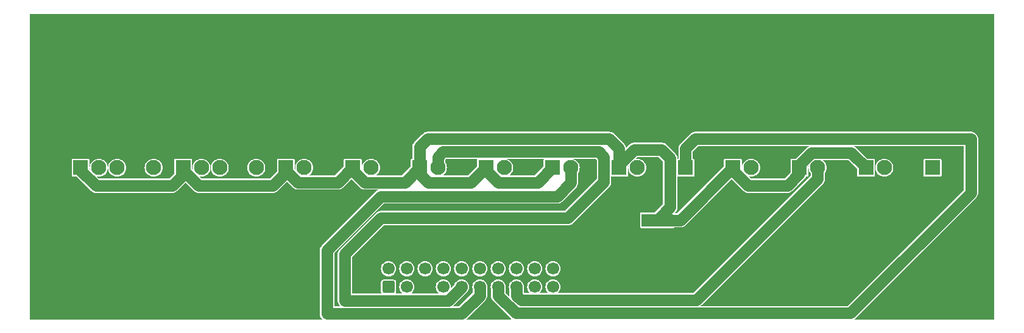
<source format=gbr>
%TF.GenerationSoftware,KiCad,Pcbnew,8.0.6*%
%TF.CreationDate,2025-01-03T23:12:35-08:00*%
%TF.ProjectId,MEP-MAXI-85V-1-REV-2-Sensor-Test-Jig,4d45502d-4d41-4584-992d-3835562d312d,X1*%
%TF.SameCoordinates,Original*%
%TF.FileFunction,Copper,L2,Bot*%
%TF.FilePolarity,Positive*%
%FSLAX46Y46*%
G04 Gerber Fmt 4.6, Leading zero omitted, Abs format (unit mm)*
G04 Created by KiCad (PCBNEW 8.0.6) date 2025-01-03 23:12:35*
%MOMM*%
%LPD*%
G01*
G04 APERTURE LIST*
G04 Aperture macros list*
%AMRoundRect*
0 Rectangle with rounded corners*
0 $1 Rounding radius*
0 $2 $3 $4 $5 $6 $7 $8 $9 X,Y pos of 4 corners*
0 Add a 4 corners polygon primitive as box body*
4,1,4,$2,$3,$4,$5,$6,$7,$8,$9,$2,$3,0*
0 Add four circle primitives for the rounded corners*
1,1,$1+$1,$2,$3*
1,1,$1+$1,$4,$5*
1,1,$1+$1,$6,$7*
1,1,$1+$1,$8,$9*
0 Add four rect primitives between the rounded corners*
20,1,$1+$1,$2,$3,$4,$5,0*
20,1,$1+$1,$4,$5,$6,$7,0*
20,1,$1+$1,$6,$7,$8,$9,0*
20,1,$1+$1,$8,$9,$2,$3,0*%
G04 Aperture macros list end*
%TA.AperFunction,ComponentPad*%
%ADD10R,2.100000X2.100000*%
%TD*%
%TA.AperFunction,ComponentPad*%
%ADD11C,2.100000*%
%TD*%
%TA.AperFunction,ComponentPad*%
%ADD12C,0.800000*%
%TD*%
%TA.AperFunction,ComponentPad*%
%ADD13C,6.400000*%
%TD*%
%TA.AperFunction,ComponentPad*%
%ADD14R,4.400000X1.800000*%
%TD*%
%TA.AperFunction,ComponentPad*%
%ADD15O,4.000000X1.800000*%
%TD*%
%TA.AperFunction,ComponentPad*%
%ADD16O,1.800000X4.000000*%
%TD*%
%TA.AperFunction,ComponentPad*%
%ADD17RoundRect,0.250000X0.600000X-0.600000X0.600000X0.600000X-0.600000X0.600000X-0.600000X-0.600000X0*%
%TD*%
%TA.AperFunction,ComponentPad*%
%ADD18C,1.700000*%
%TD*%
%TA.AperFunction,Conductor*%
%ADD19C,1.600000*%
%TD*%
G04 APERTURE END LIST*
D10*
%TO.P,J105,1,Pin_1*%
%TO.N,24VRAW*%
X111590000Y-112000000D03*
D11*
%TO.P,J105,2,Pin_2*%
%TO.N,/PROXIMITY_HEAD_IN*%
X114130000Y-112000000D03*
%TO.P,J105,3,Pin_3*%
%TO.N,GND*%
X116670000Y-112000000D03*
%TD*%
D10*
%TO.P,J107,1,Pin_1*%
%TO.N,24VRAW*%
X130090000Y-112000000D03*
D11*
%TO.P,J107,2,Pin_2*%
%TO.N,/PROXIMITY_SHEAR_CUT*%
X132630000Y-112000000D03*
%TO.P,J107,3,Pin_3*%
%TO.N,GND*%
X135170000Y-112000000D03*
%TD*%
D10*
%TO.P,J114,1,Pin_1*%
%TO.N,/AUTO_BUTTON*%
X192170000Y-112000000D03*
D11*
%TO.P,J114,2,Pin_2*%
%TO.N,GND*%
X194710000Y-112000000D03*
%TD*%
D12*
%TO.P,H101,1,1*%
%TO.N,GND*%
X67600000Y-94000000D03*
X68302944Y-92302944D03*
X68302944Y-95697056D03*
X70000000Y-91600000D03*
D13*
X70000000Y-94000000D03*
D12*
X70000000Y-96400000D03*
X71697056Y-92302944D03*
X71697056Y-95697056D03*
X72400000Y-94000000D03*
%TD*%
%TO.P,H103,1,1*%
%TO.N,GND*%
X195100000Y-129500000D03*
X195802944Y-127802944D03*
X195802944Y-131197056D03*
X197500000Y-127100000D03*
D13*
X197500000Y-129500000D03*
D12*
X197500000Y-131900000D03*
X199197056Y-127802944D03*
X199197056Y-131197056D03*
X199900000Y-129500000D03*
%TD*%
%TO.P,H104,1,1*%
%TO.N,GND*%
X67600000Y-129500000D03*
X68302944Y-127802944D03*
X68302944Y-131197056D03*
X70000000Y-127100000D03*
D13*
X70000000Y-129500000D03*
D12*
X70000000Y-131900000D03*
X71697056Y-127802944D03*
X71697056Y-131197056D03*
X72400000Y-129500000D03*
%TD*%
D10*
%TO.P,J111,1,Pin_1*%
%TO.N,24VRAW*%
X164420000Y-112000000D03*
D11*
%TO.P,J111,2,Pin_2*%
%TO.N,/PROXIMITY_HEAD_LIM*%
X166960000Y-112000000D03*
%TO.P,J111,3,Pin_3*%
%TO.N,GND*%
X169500000Y-112000000D03*
%TD*%
D10*
%TO.P,J110,1,Pin_1*%
%TO.N,/SHEAR_BUTTON*%
X157840000Y-112000000D03*
D11*
%TO.P,J110,2,Pin_2*%
%TO.N,GND*%
X160380000Y-112000000D03*
%TD*%
D10*
%TO.P,J109,1,Pin_1*%
%TO.N,24VRAW*%
X148590000Y-112000000D03*
D11*
%TO.P,J109,2,Pin_2*%
%TO.N,/PROXIMITY_TOOL_OUT*%
X151130000Y-112000000D03*
%TO.P,J109,3,Pin_3*%
%TO.N,GND*%
X153670000Y-112000000D03*
%TD*%
D10*
%TO.P,J103,1,Pin_1*%
%TO.N,24VRAW*%
X88010000Y-112000000D03*
D11*
%TO.P,J103,2,Pin_2*%
%TO.N,/ENCODER_BEND_SET*%
X90550000Y-112000000D03*
%TO.P,J103,3,Pin_3*%
%TO.N,/ENCODER_BEND_RESET*%
X93090000Y-112000000D03*
%TO.P,J103,4,Pin_4*%
%TO.N,GND*%
X95630000Y-112000000D03*
%TO.P,J103,5,Pin_5*%
%TO.N,unconnected-(J103-Pin_5-Pad5)*%
X98170000Y-112000000D03*
%TD*%
D10*
%TO.P,J112,1,Pin_1*%
%TO.N,24VRAW*%
X173670000Y-112000000D03*
D11*
%TO.P,J112,2,Pin_2*%
%TO.N,/PROXIMITY_HEAD_CW*%
X176210000Y-112000000D03*
%TO.P,J112,3,Pin_3*%
%TO.N,GND*%
X178750000Y-112000000D03*
%TD*%
D14*
%TO.P,J115,1*%
%TO.N,24VRAW*%
X153920000Y-119290000D03*
D15*
%TO.P,J115,2*%
%TO.N,GND*%
X153920000Y-125090000D03*
D16*
%TO.P,J115,3,MountPin*%
X158720000Y-122290000D03*
%TD*%
D17*
%TO.P,J101,1,Pin_1*%
%TO.N,/ENCODER_FEED_SET*%
X116560000Y-128590000D03*
D18*
%TO.P,J101,2,Pin_2*%
%TO.N,/ENCODER_FEED_RESET*%
X116560000Y-126050000D03*
%TO.P,J101,3,Pin_3*%
%TO.N,/ENCODER_BEND_SET*%
X119100000Y-128590000D03*
%TO.P,J101,4,Pin_4*%
%TO.N,/ENCODER_BEND_RESET*%
X119100000Y-126050000D03*
%TO.P,J101,5,Pin_5*%
%TO.N,GND*%
X121640000Y-128590000D03*
%TO.P,J101,6,Pin_6*%
%TO.N,24VRAW*%
X121640000Y-126050000D03*
%TO.P,J101,7,Pin_7*%
%TO.N,/PROXIMITY_HEAD_OUT*%
X124180000Y-128590000D03*
%TO.P,J101,8,Pin_8*%
%TO.N,/PROXIMITY_HEAD_IN*%
X124180000Y-126050000D03*
%TO.P,J101,9,Pin_9*%
%TO.N,/PROXIMITY_SHEAR_HOME*%
X126720000Y-128590000D03*
%TO.P,J101,10,Pin_10*%
%TO.N,/PROXIMITY_SHEAR_CUT*%
X126720000Y-126050000D03*
%TO.P,J101,11,Pin_11*%
%TO.N,/PROXIMITY_TOOL_IN*%
X129260000Y-128590000D03*
%TO.P,J101,12,Pin_12*%
%TO.N,/PROXIMITY_TOOL_OUT*%
X129260000Y-126050000D03*
%TO.P,J101,13,Pin_13*%
%TO.N,/SHEAR_BUTTON*%
X131800000Y-128590000D03*
%TO.P,J101,14,Pin_14*%
%TO.N,/PROXIMITY_HEAD_LIM*%
X131800000Y-126050000D03*
%TO.P,J101,15,Pin_15*%
%TO.N,/PROXIMITY_HEAD_CW*%
X134340000Y-128590000D03*
%TO.P,J101,16,Pin_16*%
%TO.N,/PROXIMITY_HEAD_CCW*%
X134340000Y-126050000D03*
%TO.P,J101,17,Pin_17*%
%TO.N,/AUTO_BUTTON*%
X136880000Y-128590000D03*
%TO.P,J101,18,Pin_18*%
%TO.N,unconnected-(J101-Pin_18-Pad18)*%
X136880000Y-126050000D03*
%TO.P,J101,19,Pin_19*%
%TO.N,unconnected-(J101-Pin_19-Pad19)*%
X139420000Y-128590000D03*
%TO.P,J101,20,Pin_20*%
%TO.N,unconnected-(J101-Pin_20-Pad20)*%
X139420000Y-126050000D03*
%TD*%
D10*
%TO.P,J108,1,Pin_1*%
%TO.N,24VRAW*%
X139340000Y-112000000D03*
D11*
%TO.P,J108,2,Pin_2*%
%TO.N,/PROXIMITY_TOOL_IN*%
X141880000Y-112000000D03*
%TO.P,J108,3,Pin_3*%
%TO.N,GND*%
X144420000Y-112000000D03*
%TD*%
D10*
%TO.P,J102,1,Pin_1*%
%TO.N,24VRAW*%
X73760000Y-112000000D03*
D11*
%TO.P,J102,2,Pin_2*%
%TO.N,/ENCODER_FEED_SET*%
X76300000Y-112000000D03*
%TO.P,J102,3,Pin_3*%
%TO.N,/ENCODER_FEED_RESET*%
X78840000Y-112000000D03*
%TO.P,J102,4,Pin_4*%
%TO.N,GND*%
X81380000Y-112000000D03*
%TO.P,J102,5,Pin_5*%
%TO.N,unconnected-(J102-Pin_5-Pad5)*%
X83920000Y-112000000D03*
%TD*%
D10*
%TO.P,J104,1,Pin_1*%
%TO.N,24VRAW*%
X102300000Y-112000000D03*
D11*
%TO.P,J104,2,Pin_2*%
%TO.N,/PROXIMITY_HEAD_OUT*%
X104840000Y-112000000D03*
%TO.P,J104,3,Pin_3*%
%TO.N,GND*%
X107380000Y-112000000D03*
%TD*%
D10*
%TO.P,J113,1,Pin_1*%
%TO.N,24VRAW*%
X182920000Y-112000000D03*
D11*
%TO.P,J113,2,Pin_2*%
%TO.N,/PROXIMITY_HEAD_CCW*%
X185460000Y-112000000D03*
%TO.P,J113,3,Pin_3*%
%TO.N,GND*%
X188000000Y-112000000D03*
%TD*%
D12*
%TO.P,H102,1,1*%
%TO.N,GND*%
X195100000Y-94000000D03*
X195802944Y-92302944D03*
X195802944Y-95697056D03*
X197500000Y-91600000D03*
D13*
X197500000Y-94000000D03*
D12*
X197500000Y-96400000D03*
X199197056Y-92302944D03*
X199197056Y-95697056D03*
X199900000Y-94000000D03*
%TD*%
D10*
%TO.P,J106,1,Pin_1*%
%TO.N,24VRAW*%
X120880000Y-112000000D03*
D11*
%TO.P,J106,2,Pin_2*%
%TO.N,/PROXIMITY_SHEAR_HOME*%
X123420000Y-112000000D03*
%TO.P,J106,3,Pin_3*%
%TO.N,GND*%
X125960000Y-112000000D03*
%TD*%
D19*
%TO.N,/PROXIMITY_SHEAR_HOME*%
X110500000Y-130490000D02*
X110500000Y-124000000D01*
X146500000Y-110500000D02*
X145800000Y-109800000D01*
X145800000Y-109800000D02*
X124135076Y-109800000D01*
X146500000Y-114000000D02*
X146500000Y-110500000D01*
X124896296Y-130490000D02*
X110500000Y-130490000D01*
X126720000Y-128666296D02*
X124896296Y-130490000D01*
X110500000Y-124000000D02*
X115500000Y-119000000D01*
X115500000Y-119000000D02*
X141500000Y-119000000D01*
X126720000Y-128590000D02*
X126720000Y-128666296D01*
X123420000Y-110515076D02*
X123420000Y-112000000D01*
X124135076Y-109800000D02*
X123420000Y-110515076D01*
X141500000Y-119000000D02*
X146500000Y-114000000D01*
%TO.N,/PROXIMITY_TOOL_IN*%
X129260000Y-128590000D02*
X129260000Y-129792081D01*
X108000000Y-123500000D02*
X115500000Y-116000000D01*
X140000000Y-116000000D02*
X141880000Y-114120000D01*
X115500000Y-116000000D02*
X140000000Y-116000000D01*
X129260000Y-129792081D02*
X126762081Y-132290000D01*
X141880000Y-114120000D02*
X141880000Y-112000000D01*
X126762081Y-132290000D02*
X108000000Y-132290000D01*
X108000000Y-132290000D02*
X108000000Y-123500000D01*
%TO.N,/SHEAR_BUTTON*%
X131800000Y-129792081D02*
X134247919Y-132240000D01*
X197500000Y-108000000D02*
X159190000Y-108000000D01*
X180760000Y-132240000D02*
X197500000Y-115500000D01*
X159190000Y-108000000D02*
X157840000Y-109350000D01*
X131800000Y-128590000D02*
X131800000Y-129792081D01*
X134247919Y-132240000D02*
X180760000Y-132240000D01*
X157840000Y-109350000D02*
X157840000Y-112000000D01*
X197500000Y-115500000D02*
X197500000Y-108000000D01*
%TO.N,/PROXIMITY_HEAD_CW*%
X134993503Y-130440000D02*
X159330000Y-130440000D01*
X159330000Y-130440000D02*
X176210000Y-113560000D01*
X134340000Y-128590000D02*
X134340000Y-129786497D01*
X134340000Y-129786497D02*
X134993503Y-130440000D01*
X176210000Y-113560000D02*
X176210000Y-112000000D01*
%TO.N,24VRAW*%
X131780862Y-114050000D02*
X137290000Y-114050000D01*
X120880000Y-109120000D02*
X122000000Y-108000000D01*
X130090000Y-112000000D02*
X130090000Y-112359138D01*
X102300000Y-112000000D02*
X102300000Y-112700000D01*
X88010000Y-112000000D02*
X88010000Y-112990000D01*
X88010000Y-112359138D02*
X88010000Y-112000000D01*
X172000000Y-114500000D02*
X173670000Y-112830000D01*
X86500000Y-114500000D02*
X75900862Y-114500000D01*
X150730862Y-109500000D02*
X154500000Y-109500000D01*
X122000000Y-108000000D02*
X147240000Y-108000000D01*
X75900862Y-114500000D02*
X73760000Y-112359138D01*
X111590000Y-112000000D02*
X109540000Y-114050000D01*
X120880000Y-112000000D02*
X120880000Y-112880000D01*
X173670000Y-112830000D02*
X173670000Y-112000000D01*
X122050000Y-114050000D02*
X128040000Y-114050000D01*
X155720000Y-110720000D02*
X155720000Y-117490000D01*
X120880000Y-112880000D02*
X122050000Y-114050000D01*
X148590000Y-111640862D02*
X150730862Y-109500000D01*
X102300000Y-112700000D02*
X100500000Y-114500000D01*
X90150862Y-114500000D02*
X88010000Y-112359138D01*
X180870000Y-109950000D02*
X182920000Y-112000000D01*
X147240000Y-108000000D02*
X148590000Y-109350000D01*
X113280862Y-114050000D02*
X118830000Y-114050000D01*
X157130000Y-119290000D02*
X164420000Y-112000000D01*
X100500000Y-114500000D02*
X90150862Y-114500000D01*
X109540000Y-114050000D02*
X103990862Y-114050000D01*
X155720000Y-117490000D02*
X153920000Y-119290000D01*
X153920000Y-119290000D02*
X157130000Y-119290000D01*
X73760000Y-112359138D02*
X73760000Y-112000000D01*
X128040000Y-114050000D02*
X130090000Y-112000000D01*
X173670000Y-111640862D02*
X175360862Y-109950000D01*
X120880000Y-112000000D02*
X120880000Y-109120000D01*
X164420000Y-112000000D02*
X164420000Y-112359138D01*
X166560862Y-114500000D02*
X172000000Y-114500000D01*
X154500000Y-109500000D02*
X155720000Y-110720000D01*
X111590000Y-112000000D02*
X111590000Y-112359138D01*
X111590000Y-112359138D02*
X113280862Y-114050000D01*
X137290000Y-114050000D02*
X139340000Y-112000000D01*
X148590000Y-112000000D02*
X148590000Y-111640862D01*
X118830000Y-114050000D02*
X120880000Y-112000000D01*
X175360862Y-109950000D02*
X180870000Y-109950000D01*
X130090000Y-112359138D02*
X131780862Y-114050000D01*
X88010000Y-112990000D02*
X86500000Y-114500000D01*
X164420000Y-112359138D02*
X166560862Y-114500000D01*
X103990862Y-114050000D02*
X102300000Y-112359138D01*
X102300000Y-112359138D02*
X102300000Y-112000000D01*
X148590000Y-109350000D02*
X148590000Y-112000000D01*
X173670000Y-112000000D02*
X173670000Y-111640862D01*
%TD*%
%TA.AperFunction,Conductor*%
%TO.N,GND*%
G36*
X200749500Y-133089500D02*
G01*
X181289486Y-133089500D01*
X181397782Y-133017139D01*
X181537139Y-132877782D01*
X181537141Y-132877778D01*
X198137778Y-116277141D01*
X198137782Y-116277139D01*
X198277139Y-116137782D01*
X198386632Y-115973914D01*
X198462051Y-115791835D01*
X198500500Y-115598541D01*
X198500500Y-107901459D01*
X198462051Y-107708165D01*
X198386632Y-107526086D01*
X198277139Y-107362218D01*
X198137782Y-107222861D01*
X197973914Y-107113368D01*
X197791835Y-107037949D01*
X197598541Y-106999500D01*
X159091459Y-106999500D01*
X158994812Y-107018724D01*
X158898164Y-107037949D01*
X158844834Y-107060038D01*
X158716086Y-107113368D01*
X158552218Y-107222861D01*
X157202220Y-108572859D01*
X157202218Y-108572861D01*
X157062861Y-108712218D01*
X156953368Y-108876086D01*
X156907033Y-108987949D01*
X156893153Y-109021460D01*
X156877949Y-109058165D01*
X156839500Y-109251459D01*
X156839500Y-110749500D01*
X156770252Y-110749500D01*
X156720501Y-110759396D01*
X156720501Y-110621460D01*
X156682052Y-110428165D01*
X156606632Y-110246086D01*
X156497140Y-110082219D01*
X155277140Y-108862220D01*
X155277139Y-108862218D01*
X155137782Y-108722861D01*
X154973914Y-108613368D01*
X154845165Y-108560038D01*
X154791836Y-108537949D01*
X154695188Y-108518724D01*
X154598541Y-108499500D01*
X150632321Y-108499500D01*
X150535674Y-108518724D01*
X150439026Y-108537949D01*
X150385696Y-108560038D01*
X150256948Y-108613368D01*
X150093080Y-108722861D01*
X149953723Y-108862218D01*
X149953720Y-108862221D01*
X149586183Y-109229758D01*
X149552051Y-109058165D01*
X149536847Y-109021460D01*
X149522967Y-108987949D01*
X149476632Y-108876086D01*
X149367139Y-108712218D01*
X149227782Y-108572861D01*
X149227781Y-108572860D01*
X148017140Y-107362220D01*
X148017139Y-107362218D01*
X147877782Y-107222861D01*
X147713914Y-107113368D01*
X147585165Y-107060038D01*
X147531836Y-107037949D01*
X147435188Y-107018724D01*
X147338541Y-106999500D01*
X121901459Y-106999500D01*
X121804812Y-107018724D01*
X121708164Y-107037949D01*
X121654834Y-107060038D01*
X121526086Y-107113368D01*
X121362218Y-107222861D01*
X121222861Y-107362218D01*
X121222858Y-107362221D01*
X120242221Y-108342858D01*
X120242218Y-108342861D01*
X120102861Y-108482218D01*
X119993368Y-108646086D01*
X119917949Y-108828165D01*
X119879500Y-109021459D01*
X119879500Y-110749500D01*
X119810252Y-110749500D01*
X119751769Y-110761133D01*
X119685448Y-110805448D01*
X119641133Y-110871769D01*
X119629500Y-110930252D01*
X119629500Y-111835580D01*
X118415580Y-113049500D01*
X114811340Y-113049500D01*
X114936877Y-112961598D01*
X115091598Y-112806877D01*
X115217102Y-112627639D01*
X115309575Y-112429330D01*
X115366207Y-112217977D01*
X115385277Y-112000000D01*
X115366207Y-111782023D01*
X115309575Y-111570670D01*
X115217102Y-111372362D01*
X115091598Y-111193123D01*
X114936877Y-111038402D01*
X114757639Y-110912898D01*
X114559330Y-110820425D01*
X114347977Y-110763793D01*
X114130000Y-110744723D01*
X113912023Y-110763793D01*
X113700670Y-110820425D01*
X113502362Y-110912898D01*
X113323123Y-111038402D01*
X113168402Y-111193123D01*
X113042898Y-111372362D01*
X112950425Y-111570670D01*
X112893793Y-111782023D01*
X112874723Y-112000000D01*
X112893793Y-112217977D01*
X112904786Y-112259004D01*
X112840500Y-112194718D01*
X112840500Y-110930252D01*
X112828867Y-110871769D01*
X112784552Y-110805448D01*
X112718231Y-110761133D01*
X112659748Y-110749500D01*
X110520252Y-110749500D01*
X110461769Y-110761133D01*
X110395448Y-110805448D01*
X110351133Y-110871769D01*
X110339500Y-110930252D01*
X110339500Y-111835580D01*
X109125580Y-113049500D01*
X105521340Y-113049500D01*
X105646877Y-112961598D01*
X105801598Y-112806877D01*
X105927102Y-112627639D01*
X106019575Y-112429330D01*
X106076207Y-112217977D01*
X106095277Y-112000000D01*
X106076207Y-111782023D01*
X106019575Y-111570670D01*
X105927102Y-111372362D01*
X105801598Y-111193123D01*
X105646877Y-111038402D01*
X105467639Y-110912898D01*
X105269330Y-110820425D01*
X105057977Y-110763793D01*
X104840000Y-110744723D01*
X104622023Y-110763793D01*
X104410670Y-110820425D01*
X104212362Y-110912898D01*
X104033123Y-111038402D01*
X103878402Y-111193123D01*
X103752898Y-111372362D01*
X103660425Y-111570670D01*
X103603793Y-111782023D01*
X103584723Y-112000000D01*
X103603793Y-112217977D01*
X103614786Y-112259004D01*
X103550500Y-112194718D01*
X103550500Y-110930252D01*
X103538867Y-110871769D01*
X103494552Y-110805448D01*
X103428231Y-110761133D01*
X103369748Y-110749500D01*
X101230252Y-110749500D01*
X101171769Y-110761133D01*
X101105448Y-110805448D01*
X101061133Y-110871769D01*
X101049500Y-110930252D01*
X101049500Y-112535579D01*
X100085580Y-113499500D01*
X90565282Y-113499500D01*
X90290995Y-113225213D01*
X90332023Y-113236207D01*
X90550000Y-113255277D01*
X90767977Y-113236207D01*
X90979330Y-113179575D01*
X91177639Y-113087102D01*
X91356877Y-112961598D01*
X91511598Y-112806877D01*
X91637102Y-112627639D01*
X91729575Y-112429330D01*
X91786207Y-112217977D01*
X91805277Y-112000000D01*
X91834723Y-112000000D01*
X91853793Y-112217977D01*
X91910425Y-112429330D01*
X92002898Y-112627639D01*
X92128402Y-112806877D01*
X92283123Y-112961598D01*
X92462361Y-113087102D01*
X92660670Y-113179575D01*
X92872023Y-113236207D01*
X93090000Y-113255277D01*
X93307977Y-113236207D01*
X93519330Y-113179575D01*
X93717639Y-113087102D01*
X93896877Y-112961598D01*
X94051598Y-112806877D01*
X94177102Y-112627639D01*
X94269575Y-112429330D01*
X94326207Y-112217977D01*
X94345277Y-112000000D01*
X96914723Y-112000000D01*
X96933793Y-112217977D01*
X96990425Y-112429330D01*
X97082898Y-112627639D01*
X97208402Y-112806877D01*
X97363123Y-112961598D01*
X97542361Y-113087102D01*
X97740670Y-113179575D01*
X97952023Y-113236207D01*
X98170000Y-113255277D01*
X98387977Y-113236207D01*
X98599330Y-113179575D01*
X98797639Y-113087102D01*
X98976877Y-112961598D01*
X99131598Y-112806877D01*
X99257102Y-112627639D01*
X99349575Y-112429330D01*
X99406207Y-112217977D01*
X99425277Y-112000000D01*
X99406207Y-111782023D01*
X99349575Y-111570670D01*
X99257102Y-111372362D01*
X99131598Y-111193123D01*
X98976877Y-111038402D01*
X98797639Y-110912898D01*
X98599330Y-110820425D01*
X98387977Y-110763793D01*
X98170000Y-110744723D01*
X97952023Y-110763793D01*
X97740670Y-110820425D01*
X97542362Y-110912898D01*
X97363123Y-111038402D01*
X97208402Y-111193123D01*
X97082898Y-111372362D01*
X96990425Y-111570670D01*
X96933793Y-111782023D01*
X96914723Y-112000000D01*
X94345277Y-112000000D01*
X94326207Y-111782023D01*
X94269575Y-111570670D01*
X94177102Y-111372362D01*
X94051598Y-111193123D01*
X93896877Y-111038402D01*
X93717639Y-110912898D01*
X93519330Y-110820425D01*
X93307977Y-110763793D01*
X93090000Y-110744723D01*
X92872023Y-110763793D01*
X92660670Y-110820425D01*
X92462362Y-110912898D01*
X92283123Y-111038402D01*
X92128402Y-111193123D01*
X92002898Y-111372362D01*
X91910425Y-111570670D01*
X91853793Y-111782023D01*
X91834723Y-112000000D01*
X91805277Y-112000000D01*
X91786207Y-111782023D01*
X91729575Y-111570670D01*
X91637102Y-111372362D01*
X91511598Y-111193123D01*
X91356877Y-111038402D01*
X91177639Y-110912898D01*
X90979330Y-110820425D01*
X90767977Y-110763793D01*
X90550000Y-110744723D01*
X90332023Y-110763793D01*
X90120670Y-110820425D01*
X89922362Y-110912898D01*
X89743123Y-111038402D01*
X89588402Y-111193123D01*
X89462898Y-111372362D01*
X89370425Y-111570670D01*
X89313793Y-111782023D01*
X89294723Y-112000000D01*
X89313793Y-112217977D01*
X89324786Y-112259004D01*
X89260500Y-112194718D01*
X89260500Y-110930252D01*
X89248867Y-110871769D01*
X89204552Y-110805448D01*
X89138231Y-110761133D01*
X89079748Y-110749500D01*
X86940252Y-110749500D01*
X86881769Y-110761133D01*
X86815448Y-110805448D01*
X86771133Y-110871769D01*
X86759500Y-110930252D01*
X86759500Y-112825579D01*
X86085580Y-113499500D01*
X76315282Y-113499500D01*
X76040995Y-113225213D01*
X76082023Y-113236207D01*
X76300000Y-113255277D01*
X76517977Y-113236207D01*
X76729330Y-113179575D01*
X76927639Y-113087102D01*
X77106877Y-112961598D01*
X77261598Y-112806877D01*
X77387102Y-112627639D01*
X77479575Y-112429330D01*
X77536207Y-112217977D01*
X77555277Y-112000000D01*
X77584723Y-112000000D01*
X77603793Y-112217977D01*
X77660425Y-112429330D01*
X77752898Y-112627639D01*
X77878402Y-112806877D01*
X78033123Y-112961598D01*
X78212361Y-113087102D01*
X78410670Y-113179575D01*
X78622023Y-113236207D01*
X78840000Y-113255277D01*
X79057977Y-113236207D01*
X79269330Y-113179575D01*
X79467639Y-113087102D01*
X79646877Y-112961598D01*
X79801598Y-112806877D01*
X79927102Y-112627639D01*
X80019575Y-112429330D01*
X80076207Y-112217977D01*
X80095277Y-112000000D01*
X82664723Y-112000000D01*
X82683793Y-112217977D01*
X82740425Y-112429330D01*
X82832898Y-112627639D01*
X82958402Y-112806877D01*
X83113123Y-112961598D01*
X83292361Y-113087102D01*
X83490670Y-113179575D01*
X83702023Y-113236207D01*
X83920000Y-113255277D01*
X84137977Y-113236207D01*
X84349330Y-113179575D01*
X84547639Y-113087102D01*
X84726877Y-112961598D01*
X84881598Y-112806877D01*
X85007102Y-112627639D01*
X85099575Y-112429330D01*
X85156207Y-112217977D01*
X85175277Y-112000000D01*
X85156207Y-111782023D01*
X85099575Y-111570670D01*
X85007102Y-111372362D01*
X84881598Y-111193123D01*
X84726877Y-111038402D01*
X84547639Y-110912898D01*
X84349330Y-110820425D01*
X84137977Y-110763793D01*
X83920000Y-110744723D01*
X83702023Y-110763793D01*
X83490670Y-110820425D01*
X83292362Y-110912898D01*
X83113123Y-111038402D01*
X82958402Y-111193123D01*
X82832898Y-111372362D01*
X82740425Y-111570670D01*
X82683793Y-111782023D01*
X82664723Y-112000000D01*
X80095277Y-112000000D01*
X80076207Y-111782023D01*
X80019575Y-111570670D01*
X79927102Y-111372362D01*
X79801598Y-111193123D01*
X79646877Y-111038402D01*
X79467639Y-110912898D01*
X79269330Y-110820425D01*
X79057977Y-110763793D01*
X78840000Y-110744723D01*
X78622023Y-110763793D01*
X78410670Y-110820425D01*
X78212362Y-110912898D01*
X78033123Y-111038402D01*
X77878402Y-111193123D01*
X77752898Y-111372362D01*
X77660425Y-111570670D01*
X77603793Y-111782023D01*
X77584723Y-112000000D01*
X77555277Y-112000000D01*
X77536207Y-111782023D01*
X77479575Y-111570670D01*
X77387102Y-111372362D01*
X77261598Y-111193123D01*
X77106877Y-111038402D01*
X76927639Y-110912898D01*
X76729330Y-110820425D01*
X76517977Y-110763793D01*
X76300000Y-110744723D01*
X76082023Y-110763793D01*
X75870670Y-110820425D01*
X75672362Y-110912898D01*
X75493123Y-111038402D01*
X75338402Y-111193123D01*
X75212898Y-111372362D01*
X75120425Y-111570670D01*
X75063793Y-111782023D01*
X75044723Y-112000000D01*
X75063793Y-112217977D01*
X75074786Y-112259004D01*
X75010500Y-112194718D01*
X75010500Y-110930252D01*
X74998867Y-110871769D01*
X74954552Y-110805448D01*
X74888231Y-110761133D01*
X74829748Y-110749500D01*
X72690252Y-110749500D01*
X72631769Y-110761133D01*
X72565448Y-110805448D01*
X72521133Y-110871769D01*
X72509500Y-110930252D01*
X72509500Y-113069748D01*
X72521133Y-113128231D01*
X72565448Y-113194552D01*
X72631769Y-113238867D01*
X72690252Y-113250500D01*
X73236442Y-113250500D01*
X75123720Y-115137778D01*
X75123723Y-115137782D01*
X75263080Y-115277139D01*
X75426948Y-115386632D01*
X75555696Y-115439961D01*
X75609026Y-115462051D01*
X75705674Y-115481275D01*
X75802321Y-115500500D01*
X75802322Y-115500500D01*
X75999402Y-115500500D01*
X86401460Y-115500500D01*
X86598540Y-115500500D01*
X86598541Y-115500500D01*
X86695188Y-115481275D01*
X86791836Y-115462051D01*
X86845165Y-115439961D01*
X86973914Y-115386632D01*
X87137782Y-115277139D01*
X87277139Y-115137782D01*
X87277140Y-115137779D01*
X88325431Y-114089489D01*
X89373720Y-115137778D01*
X89373723Y-115137782D01*
X89513080Y-115277139D01*
X89676948Y-115386632D01*
X89805696Y-115439961D01*
X89859026Y-115462051D01*
X89955674Y-115481275D01*
X90052321Y-115500500D01*
X90052322Y-115500500D01*
X90249402Y-115500500D01*
X100401460Y-115500500D01*
X100598540Y-115500500D01*
X100598541Y-115500500D01*
X100695188Y-115481275D01*
X100791836Y-115462051D01*
X100845165Y-115439961D01*
X100973914Y-115386632D01*
X101137782Y-115277139D01*
X101277139Y-115137782D01*
X101277140Y-115137779D01*
X102470431Y-113944489D01*
X103213720Y-114687778D01*
X103213723Y-114687782D01*
X103353080Y-114827139D01*
X103516948Y-114936632D01*
X103645696Y-114989961D01*
X103699026Y-115012051D01*
X103769585Y-115026086D01*
X103892321Y-115050500D01*
X103892322Y-115050500D01*
X104089402Y-115050500D01*
X109441460Y-115050500D01*
X109638540Y-115050500D01*
X109638541Y-115050500D01*
X109761277Y-115026086D01*
X109831836Y-115012051D01*
X109885165Y-114989961D01*
X110013914Y-114936632D01*
X110177782Y-114827139D01*
X110317139Y-114687782D01*
X110317141Y-114687778D01*
X111410431Y-113594489D01*
X112503720Y-114687778D01*
X112503723Y-114687782D01*
X112643080Y-114827139D01*
X112806948Y-114936632D01*
X112935696Y-114989961D01*
X112989026Y-115012051D01*
X113059585Y-115026086D01*
X113182321Y-115050500D01*
X113182322Y-115050500D01*
X113379402Y-115050500D01*
X115177862Y-115050500D01*
X115117125Y-115075658D01*
X115026086Y-115113368D01*
X114903046Y-115195580D01*
X114862219Y-115222860D01*
X107362220Y-122722859D01*
X107362218Y-122722861D01*
X107222861Y-122862218D01*
X107113368Y-123026086D01*
X107037949Y-123208165D01*
X106999500Y-123401459D01*
X106999500Y-132388541D01*
X107037949Y-132581835D01*
X107113368Y-132763914D01*
X107222861Y-132927782D01*
X107362218Y-133067139D01*
X107395684Y-133089500D01*
X66750500Y-133089500D01*
X66750500Y-90590500D01*
X200749500Y-90590500D01*
X200749500Y-133089500D01*
G37*
%TD.AperFunction*%
%TA.AperFunction,Conductor*%
G36*
X154719500Y-111134420D02*
G01*
X154719500Y-117075579D01*
X153605580Y-118189500D01*
X151700252Y-118189500D01*
X151641769Y-118201133D01*
X151575448Y-118245448D01*
X151531133Y-118311769D01*
X151519500Y-118370252D01*
X151519500Y-120209748D01*
X151531133Y-120268231D01*
X151575448Y-120334552D01*
X151641769Y-120378867D01*
X151700252Y-120390500D01*
X156139748Y-120390500D01*
X156198231Y-120378867D01*
X156264552Y-120334552D01*
X156293987Y-120290500D01*
X157031460Y-120290500D01*
X157228540Y-120290500D01*
X157228541Y-120290500D01*
X157340494Y-120268231D01*
X157421836Y-120252051D01*
X157475165Y-120229961D01*
X157603914Y-120176632D01*
X157767782Y-120067139D01*
X157907139Y-119927782D01*
X157907141Y-119927778D01*
X164240431Y-113594489D01*
X165783720Y-115137778D01*
X165783723Y-115137782D01*
X165923080Y-115277139D01*
X166086948Y-115386632D01*
X166215696Y-115439961D01*
X166269026Y-115462051D01*
X166365674Y-115481275D01*
X166462321Y-115500500D01*
X166462322Y-115500500D01*
X166659402Y-115500500D01*
X171901460Y-115500500D01*
X172098540Y-115500500D01*
X172098541Y-115500500D01*
X172195188Y-115481275D01*
X172291836Y-115462051D01*
X172345165Y-115439961D01*
X172473914Y-115386632D01*
X172637782Y-115277139D01*
X172777139Y-115137782D01*
X172777140Y-115137779D01*
X174447140Y-113467781D01*
X174556632Y-113303914D01*
X174578757Y-113250500D01*
X174739748Y-113250500D01*
X174798231Y-113238867D01*
X174864552Y-113194552D01*
X174908867Y-113128231D01*
X174920500Y-113069748D01*
X174920500Y-111805282D01*
X174984786Y-111740995D01*
X174973793Y-111782023D01*
X174954723Y-112000000D01*
X174973793Y-112217977D01*
X175030425Y-112429330D01*
X175122898Y-112627639D01*
X175209500Y-112751319D01*
X175209500Y-113145580D01*
X158915580Y-129439500D01*
X140040794Y-129439500D01*
X140166410Y-129336410D01*
X140297685Y-129176450D01*
X140395232Y-128993954D01*
X140455300Y-128795934D01*
X140475583Y-128590000D01*
X140455300Y-128384066D01*
X140395232Y-128186046D01*
X140297685Y-128003550D01*
X140166410Y-127843590D01*
X140006450Y-127712315D01*
X139823954Y-127614768D01*
X139625934Y-127554700D01*
X139420000Y-127534417D01*
X139214066Y-127554700D01*
X139016046Y-127614768D01*
X138833550Y-127712315D01*
X138673590Y-127843590D01*
X138542315Y-128003550D01*
X138444768Y-128186046D01*
X138384700Y-128384066D01*
X138364417Y-128590000D01*
X138384700Y-128795934D01*
X138444768Y-128993954D01*
X138542315Y-129176450D01*
X138673590Y-129336410D01*
X138799206Y-129439500D01*
X137500794Y-129439500D01*
X137626410Y-129336410D01*
X137757685Y-129176450D01*
X137855232Y-128993954D01*
X137915300Y-128795934D01*
X137935583Y-128590000D01*
X137915300Y-128384066D01*
X137855232Y-128186046D01*
X137757685Y-128003550D01*
X137626410Y-127843590D01*
X137466450Y-127712315D01*
X137283954Y-127614768D01*
X137085934Y-127554700D01*
X136880000Y-127534417D01*
X136674066Y-127554700D01*
X136476046Y-127614768D01*
X136293550Y-127712315D01*
X136133590Y-127843590D01*
X136002315Y-128003550D01*
X135904768Y-128186046D01*
X135844700Y-128384066D01*
X135824417Y-128590000D01*
X135844700Y-128795934D01*
X135904768Y-128993954D01*
X136002315Y-129176450D01*
X136133590Y-129336410D01*
X136259206Y-129439500D01*
X135407923Y-129439500D01*
X135340500Y-129372077D01*
X135340500Y-128910655D01*
X135375300Y-128795934D01*
X135395583Y-128590000D01*
X135375300Y-128384066D01*
X135315232Y-128186046D01*
X135217685Y-128003550D01*
X135086410Y-127843590D01*
X134926450Y-127712315D01*
X134743954Y-127614768D01*
X134545934Y-127554700D01*
X134340000Y-127534417D01*
X134134066Y-127554700D01*
X133936046Y-127614768D01*
X133753550Y-127712315D01*
X133593590Y-127843590D01*
X133462315Y-128003550D01*
X133364768Y-128186046D01*
X133304700Y-128384066D01*
X133284417Y-128590000D01*
X133304700Y-128795934D01*
X133339500Y-128910655D01*
X133339500Y-129885038D01*
X133347352Y-129924512D01*
X132800500Y-129377660D01*
X132800500Y-128910655D01*
X132835300Y-128795934D01*
X132855583Y-128590000D01*
X132835300Y-128384066D01*
X132775232Y-128186046D01*
X132677685Y-128003550D01*
X132546410Y-127843590D01*
X132386450Y-127712315D01*
X132203954Y-127614768D01*
X132005934Y-127554700D01*
X131800000Y-127534417D01*
X131594066Y-127554700D01*
X131396046Y-127614768D01*
X131213550Y-127712315D01*
X131053590Y-127843590D01*
X130922315Y-128003550D01*
X130824768Y-128186046D01*
X130764700Y-128384066D01*
X130744417Y-128590000D01*
X130764700Y-128795934D01*
X130799500Y-128910655D01*
X130799500Y-129890622D01*
X130837949Y-130083916D01*
X130913368Y-130265995D01*
X131022861Y-130429863D01*
X131162218Y-130569220D01*
X131162220Y-130569221D01*
X133470779Y-132877781D01*
X133470780Y-132877782D01*
X133610137Y-133017139D01*
X133718433Y-133089500D01*
X127366397Y-133089500D01*
X127399863Y-133067139D01*
X127539220Y-132927782D01*
X127539222Y-132927778D01*
X129897778Y-130569222D01*
X129897782Y-130569220D01*
X130037139Y-130429863D01*
X130146632Y-130265995D01*
X130222051Y-130083916D01*
X130260500Y-129890622D01*
X130260500Y-128910655D01*
X130295300Y-128795934D01*
X130315583Y-128590000D01*
X130295300Y-128384066D01*
X130235232Y-128186046D01*
X130137685Y-128003550D01*
X130006410Y-127843590D01*
X129846450Y-127712315D01*
X129663954Y-127614768D01*
X129465934Y-127554700D01*
X129260000Y-127534417D01*
X129054066Y-127554700D01*
X128856046Y-127614768D01*
X128673550Y-127712315D01*
X128513590Y-127843590D01*
X128382315Y-128003550D01*
X128284768Y-128186046D01*
X128224700Y-128384066D01*
X128204417Y-128590000D01*
X128224700Y-128795934D01*
X128259500Y-128910655D01*
X128259500Y-129377661D01*
X126347661Y-131289500D01*
X125500612Y-131289500D01*
X125534078Y-131267139D01*
X125673435Y-131127782D01*
X125673437Y-131127778D01*
X127357778Y-129443437D01*
X127357782Y-129443435D01*
X127457470Y-129343746D01*
X127466410Y-129336410D01*
X127473746Y-129327470D01*
X127497139Y-129304078D01*
X127515519Y-129276569D01*
X127597685Y-129176450D01*
X127695232Y-128993954D01*
X127755300Y-128795934D01*
X127775583Y-128590000D01*
X127755300Y-128384066D01*
X127695232Y-128186046D01*
X127597685Y-128003550D01*
X127466410Y-127843590D01*
X127306450Y-127712315D01*
X127123954Y-127614768D01*
X126925934Y-127554700D01*
X126720000Y-127534417D01*
X126514066Y-127554700D01*
X126316046Y-127614768D01*
X126133550Y-127712315D01*
X125973590Y-127843590D01*
X125842315Y-128003550D01*
X125744768Y-128186046D01*
X125727106Y-128244269D01*
X125219654Y-128751721D01*
X125235583Y-128590000D01*
X125215300Y-128384066D01*
X125155232Y-128186046D01*
X125057685Y-128003550D01*
X124926410Y-127843590D01*
X124766450Y-127712315D01*
X124583954Y-127614768D01*
X124385934Y-127554700D01*
X124180000Y-127534417D01*
X123974066Y-127554700D01*
X123776046Y-127614768D01*
X123593550Y-127712315D01*
X123433590Y-127843590D01*
X123302315Y-128003550D01*
X123204768Y-128186046D01*
X123144700Y-128384066D01*
X123124417Y-128590000D01*
X123144700Y-128795934D01*
X123204768Y-128993954D01*
X123302315Y-129176450D01*
X123433590Y-129336410D01*
X123593550Y-129467685D01*
X123634363Y-129489500D01*
X119645637Y-129489500D01*
X119686450Y-129467685D01*
X119846410Y-129336410D01*
X119977685Y-129176450D01*
X120075232Y-128993954D01*
X120135300Y-128795934D01*
X120155583Y-128590000D01*
X120135300Y-128384066D01*
X120075232Y-128186046D01*
X119977685Y-128003550D01*
X119846410Y-127843590D01*
X119686450Y-127712315D01*
X119503954Y-127614768D01*
X119305934Y-127554700D01*
X119100000Y-127534417D01*
X118894066Y-127554700D01*
X118696046Y-127614768D01*
X118513550Y-127712315D01*
X118353590Y-127843590D01*
X118222315Y-128003550D01*
X118124768Y-128186046D01*
X118064700Y-128384066D01*
X118044417Y-128590000D01*
X118064700Y-128795934D01*
X118124768Y-128993954D01*
X118222315Y-129176450D01*
X118353590Y-129336410D01*
X118513550Y-129467685D01*
X118554363Y-129489500D01*
X117498866Y-129489500D01*
X117562793Y-129402882D01*
X117607646Y-129274699D01*
X117610500Y-129244266D01*
X117610500Y-127935734D01*
X117607646Y-127905301D01*
X117562793Y-127777118D01*
X117482150Y-127667850D01*
X117372882Y-127587207D01*
X117244699Y-127542354D01*
X117214266Y-127539500D01*
X115905734Y-127539500D01*
X115875301Y-127542354D01*
X115747118Y-127587207D01*
X115637850Y-127667850D01*
X115557207Y-127777118D01*
X115512354Y-127905301D01*
X115509500Y-127935734D01*
X115509500Y-129244266D01*
X115512354Y-129274699D01*
X115557207Y-129402882D01*
X115621134Y-129489500D01*
X111500500Y-129489500D01*
X111500500Y-126050000D01*
X115504417Y-126050000D01*
X115524700Y-126255934D01*
X115584768Y-126453954D01*
X115682315Y-126636450D01*
X115813590Y-126796410D01*
X115973550Y-126927685D01*
X116156046Y-127025232D01*
X116354066Y-127085300D01*
X116560000Y-127105583D01*
X116765934Y-127085300D01*
X116963954Y-127025232D01*
X117146450Y-126927685D01*
X117306410Y-126796410D01*
X117437685Y-126636450D01*
X117535232Y-126453954D01*
X117595300Y-126255934D01*
X117615583Y-126050000D01*
X118044417Y-126050000D01*
X118064700Y-126255934D01*
X118124768Y-126453954D01*
X118222315Y-126636450D01*
X118353590Y-126796410D01*
X118513550Y-126927685D01*
X118696046Y-127025232D01*
X118894066Y-127085300D01*
X119100000Y-127105583D01*
X119305934Y-127085300D01*
X119503954Y-127025232D01*
X119686450Y-126927685D01*
X119846410Y-126796410D01*
X119977685Y-126636450D01*
X120075232Y-126453954D01*
X120135300Y-126255934D01*
X120155583Y-126050000D01*
X120584417Y-126050000D01*
X120604700Y-126255934D01*
X120664768Y-126453954D01*
X120762315Y-126636450D01*
X120893590Y-126796410D01*
X121053550Y-126927685D01*
X121236046Y-127025232D01*
X121434066Y-127085300D01*
X121640000Y-127105583D01*
X121845934Y-127085300D01*
X122043954Y-127025232D01*
X122226450Y-126927685D01*
X122386410Y-126796410D01*
X122517685Y-126636450D01*
X122615232Y-126453954D01*
X122675300Y-126255934D01*
X122695583Y-126050000D01*
X123124417Y-126050000D01*
X123144700Y-126255934D01*
X123204768Y-126453954D01*
X123302315Y-126636450D01*
X123433590Y-126796410D01*
X123593550Y-126927685D01*
X123776046Y-127025232D01*
X123974066Y-127085300D01*
X124180000Y-127105583D01*
X124385934Y-127085300D01*
X124583954Y-127025232D01*
X124766450Y-126927685D01*
X124926410Y-126796410D01*
X125057685Y-126636450D01*
X125155232Y-126453954D01*
X125215300Y-126255934D01*
X125235583Y-126050000D01*
X125664417Y-126050000D01*
X125684700Y-126255934D01*
X125744768Y-126453954D01*
X125842315Y-126636450D01*
X125973590Y-126796410D01*
X126133550Y-126927685D01*
X126316046Y-127025232D01*
X126514066Y-127085300D01*
X126720000Y-127105583D01*
X126925934Y-127085300D01*
X127123954Y-127025232D01*
X127306450Y-126927685D01*
X127466410Y-126796410D01*
X127597685Y-126636450D01*
X127695232Y-126453954D01*
X127755300Y-126255934D01*
X127775583Y-126050000D01*
X128204417Y-126050000D01*
X128224700Y-126255934D01*
X128284768Y-126453954D01*
X128382315Y-126636450D01*
X128513590Y-126796410D01*
X128673550Y-126927685D01*
X128856046Y-127025232D01*
X129054066Y-127085300D01*
X129260000Y-127105583D01*
X129465934Y-127085300D01*
X129663954Y-127025232D01*
X129846450Y-126927685D01*
X130006410Y-126796410D01*
X130137685Y-126636450D01*
X130235232Y-126453954D01*
X130295300Y-126255934D01*
X130315583Y-126050000D01*
X130744417Y-126050000D01*
X130764700Y-126255934D01*
X130824768Y-126453954D01*
X130922315Y-126636450D01*
X131053590Y-126796410D01*
X131213550Y-126927685D01*
X131396046Y-127025232D01*
X131594066Y-127085300D01*
X131800000Y-127105583D01*
X132005934Y-127085300D01*
X132203954Y-127025232D01*
X132386450Y-126927685D01*
X132546410Y-126796410D01*
X132677685Y-126636450D01*
X132775232Y-126453954D01*
X132835300Y-126255934D01*
X132855583Y-126050000D01*
X133284417Y-126050000D01*
X133304700Y-126255934D01*
X133364768Y-126453954D01*
X133462315Y-126636450D01*
X133593590Y-126796410D01*
X133753550Y-126927685D01*
X133936046Y-127025232D01*
X134134066Y-127085300D01*
X134340000Y-127105583D01*
X134545934Y-127085300D01*
X134743954Y-127025232D01*
X134926450Y-126927685D01*
X135086410Y-126796410D01*
X135217685Y-126636450D01*
X135315232Y-126453954D01*
X135375300Y-126255934D01*
X135395583Y-126050000D01*
X135824417Y-126050000D01*
X135844700Y-126255934D01*
X135904768Y-126453954D01*
X136002315Y-126636450D01*
X136133590Y-126796410D01*
X136293550Y-126927685D01*
X136476046Y-127025232D01*
X136674066Y-127085300D01*
X136880000Y-127105583D01*
X137085934Y-127085300D01*
X137283954Y-127025232D01*
X137466450Y-126927685D01*
X137626410Y-126796410D01*
X137757685Y-126636450D01*
X137855232Y-126453954D01*
X137915300Y-126255934D01*
X137935583Y-126050000D01*
X138364417Y-126050000D01*
X138384700Y-126255934D01*
X138444768Y-126453954D01*
X138542315Y-126636450D01*
X138673590Y-126796410D01*
X138833550Y-126927685D01*
X139016046Y-127025232D01*
X139214066Y-127085300D01*
X139420000Y-127105583D01*
X139625934Y-127085300D01*
X139823954Y-127025232D01*
X140006450Y-126927685D01*
X140166410Y-126796410D01*
X140297685Y-126636450D01*
X140395232Y-126453954D01*
X140455300Y-126255934D01*
X140475583Y-126050000D01*
X140455300Y-125844066D01*
X140395232Y-125646046D01*
X140297685Y-125463550D01*
X140166410Y-125303590D01*
X140006450Y-125172315D01*
X139823954Y-125074768D01*
X139625934Y-125014700D01*
X139420000Y-124994417D01*
X139214066Y-125014700D01*
X139016046Y-125074768D01*
X138833550Y-125172315D01*
X138673590Y-125303590D01*
X138542315Y-125463550D01*
X138444768Y-125646046D01*
X138384700Y-125844066D01*
X138364417Y-126050000D01*
X137935583Y-126050000D01*
X137915300Y-125844066D01*
X137855232Y-125646046D01*
X137757685Y-125463550D01*
X137626410Y-125303590D01*
X137466450Y-125172315D01*
X137283954Y-125074768D01*
X137085934Y-125014700D01*
X136880000Y-124994417D01*
X136674066Y-125014700D01*
X136476046Y-125074768D01*
X136293550Y-125172315D01*
X136133590Y-125303590D01*
X136002315Y-125463550D01*
X135904768Y-125646046D01*
X135844700Y-125844066D01*
X135824417Y-126050000D01*
X135395583Y-126050000D01*
X135375300Y-125844066D01*
X135315232Y-125646046D01*
X135217685Y-125463550D01*
X135086410Y-125303590D01*
X134926450Y-125172315D01*
X134743954Y-125074768D01*
X134545934Y-125014700D01*
X134340000Y-124994417D01*
X134134066Y-125014700D01*
X133936046Y-125074768D01*
X133753550Y-125172315D01*
X133593590Y-125303590D01*
X133462315Y-125463550D01*
X133364768Y-125646046D01*
X133304700Y-125844066D01*
X133284417Y-126050000D01*
X132855583Y-126050000D01*
X132835300Y-125844066D01*
X132775232Y-125646046D01*
X132677685Y-125463550D01*
X132546410Y-125303590D01*
X132386450Y-125172315D01*
X132203954Y-125074768D01*
X132005934Y-125014700D01*
X131800000Y-124994417D01*
X131594066Y-125014700D01*
X131396046Y-125074768D01*
X131213550Y-125172315D01*
X131053590Y-125303590D01*
X130922315Y-125463550D01*
X130824768Y-125646046D01*
X130764700Y-125844066D01*
X130744417Y-126050000D01*
X130315583Y-126050000D01*
X130295300Y-125844066D01*
X130235232Y-125646046D01*
X130137685Y-125463550D01*
X130006410Y-125303590D01*
X129846450Y-125172315D01*
X129663954Y-125074768D01*
X129465934Y-125014700D01*
X129260000Y-124994417D01*
X129054066Y-125014700D01*
X128856046Y-125074768D01*
X128673550Y-125172315D01*
X128513590Y-125303590D01*
X128382315Y-125463550D01*
X128284768Y-125646046D01*
X128224700Y-125844066D01*
X128204417Y-126050000D01*
X127775583Y-126050000D01*
X127755300Y-125844066D01*
X127695232Y-125646046D01*
X127597685Y-125463550D01*
X127466410Y-125303590D01*
X127306450Y-125172315D01*
X127123954Y-125074768D01*
X126925934Y-125014700D01*
X126720000Y-124994417D01*
X126514066Y-125014700D01*
X126316046Y-125074768D01*
X126133550Y-125172315D01*
X125973590Y-125303590D01*
X125842315Y-125463550D01*
X125744768Y-125646046D01*
X125684700Y-125844066D01*
X125664417Y-126050000D01*
X125235583Y-126050000D01*
X125215300Y-125844066D01*
X125155232Y-125646046D01*
X125057685Y-125463550D01*
X124926410Y-125303590D01*
X124766450Y-125172315D01*
X124583954Y-125074768D01*
X124385934Y-125014700D01*
X124180000Y-124994417D01*
X123974066Y-125014700D01*
X123776046Y-125074768D01*
X123593550Y-125172315D01*
X123433590Y-125303590D01*
X123302315Y-125463550D01*
X123204768Y-125646046D01*
X123144700Y-125844066D01*
X123124417Y-126050000D01*
X122695583Y-126050000D01*
X122675300Y-125844066D01*
X122615232Y-125646046D01*
X122517685Y-125463550D01*
X122386410Y-125303590D01*
X122226450Y-125172315D01*
X122043954Y-125074768D01*
X121845934Y-125014700D01*
X121640000Y-124994417D01*
X121434066Y-125014700D01*
X121236046Y-125074768D01*
X121053550Y-125172315D01*
X120893590Y-125303590D01*
X120762315Y-125463550D01*
X120664768Y-125646046D01*
X120604700Y-125844066D01*
X120584417Y-126050000D01*
X120155583Y-126050000D01*
X120135300Y-125844066D01*
X120075232Y-125646046D01*
X119977685Y-125463550D01*
X119846410Y-125303590D01*
X119686450Y-125172315D01*
X119503954Y-125074768D01*
X119305934Y-125014700D01*
X119100000Y-124994417D01*
X118894066Y-125014700D01*
X118696046Y-125074768D01*
X118513550Y-125172315D01*
X118353590Y-125303590D01*
X118222315Y-125463550D01*
X118124768Y-125646046D01*
X118064700Y-125844066D01*
X118044417Y-126050000D01*
X117615583Y-126050000D01*
X117595300Y-125844066D01*
X117535232Y-125646046D01*
X117437685Y-125463550D01*
X117306410Y-125303590D01*
X117146450Y-125172315D01*
X116963954Y-125074768D01*
X116765934Y-125014700D01*
X116560000Y-124994417D01*
X116354066Y-125014700D01*
X116156046Y-125074768D01*
X115973550Y-125172315D01*
X115813590Y-125303590D01*
X115682315Y-125463550D01*
X115584768Y-125646046D01*
X115524700Y-125844066D01*
X115504417Y-126050000D01*
X111500500Y-126050000D01*
X111500500Y-124414420D01*
X115914420Y-120000500D01*
X141401460Y-120000500D01*
X141598540Y-120000500D01*
X141598541Y-120000500D01*
X141695188Y-119981275D01*
X141791836Y-119962051D01*
X141874568Y-119927782D01*
X141973914Y-119886632D01*
X142137782Y-119777139D01*
X142277139Y-119637782D01*
X142277141Y-119637778D01*
X147137778Y-114777141D01*
X147137782Y-114777139D01*
X147277139Y-114637782D01*
X147386632Y-114473914D01*
X147441340Y-114341836D01*
X147462051Y-114291836D01*
X147500500Y-114098540D01*
X147500500Y-113901460D01*
X147500500Y-113246571D01*
X147520252Y-113250500D01*
X149659748Y-113250500D01*
X149718231Y-113238867D01*
X149784552Y-113194552D01*
X149828867Y-113128231D01*
X149840500Y-113069748D01*
X149840500Y-111805282D01*
X149904786Y-111740995D01*
X149893793Y-111782023D01*
X149874723Y-112000000D01*
X149893793Y-112217977D01*
X149950425Y-112429330D01*
X150042898Y-112627639D01*
X150168402Y-112806877D01*
X150323123Y-112961598D01*
X150502361Y-113087102D01*
X150700670Y-113179575D01*
X150912023Y-113236207D01*
X151130000Y-113255277D01*
X151347977Y-113236207D01*
X151559330Y-113179575D01*
X151757639Y-113087102D01*
X151936877Y-112961598D01*
X152091598Y-112806877D01*
X152217102Y-112627639D01*
X152309575Y-112429330D01*
X152366207Y-112217977D01*
X152385277Y-112000000D01*
X152366207Y-111782023D01*
X152309575Y-111570670D01*
X152217102Y-111372362D01*
X152091598Y-111193123D01*
X151936877Y-111038402D01*
X151757639Y-110912898D01*
X151559330Y-110820425D01*
X151347977Y-110763793D01*
X151130000Y-110744723D01*
X150912023Y-110763793D01*
X150870995Y-110774786D01*
X151145282Y-110500500D01*
X154085580Y-110500500D01*
X154719500Y-111134420D01*
G37*
%TD.AperFunction*%
%TA.AperFunction,Conductor*%
G36*
X145499500Y-110914420D02*
G01*
X145499500Y-113585580D01*
X141085580Y-117999500D01*
X115401459Y-117999500D01*
X115304812Y-118018724D01*
X115208164Y-118037949D01*
X115154834Y-118060038D01*
X115026086Y-118113368D01*
X114862218Y-118222861D01*
X114722861Y-118362218D01*
X114722858Y-118362221D01*
X109862221Y-123222858D01*
X109862218Y-123222861D01*
X109722861Y-123362218D01*
X109613368Y-123526086D01*
X109537949Y-123708165D01*
X109499500Y-123901459D01*
X109499500Y-130391459D01*
X109499500Y-130588541D01*
X109537949Y-130781835D01*
X109613368Y-130963914D01*
X109722861Y-131127782D01*
X109862218Y-131267139D01*
X109895684Y-131289500D01*
X109000500Y-131289500D01*
X109000500Y-123914420D01*
X115914421Y-117000500D01*
X139901460Y-117000500D01*
X140098540Y-117000500D01*
X140098541Y-117000500D01*
X140195188Y-116981275D01*
X140291836Y-116962051D01*
X140345165Y-116939961D01*
X140473914Y-116886632D01*
X140637782Y-116777139D01*
X140777139Y-116637782D01*
X140777140Y-116637779D01*
X142657139Y-114757782D01*
X142737321Y-114637781D01*
X142766632Y-114593914D01*
X142842051Y-114411835D01*
X142880500Y-114218541D01*
X142880500Y-112751319D01*
X142967102Y-112627639D01*
X143059575Y-112429330D01*
X143116207Y-112217977D01*
X143135277Y-112000000D01*
X143116207Y-111782023D01*
X143059575Y-111570670D01*
X142967102Y-111372362D01*
X142841598Y-111193123D01*
X142686877Y-111038402D01*
X142507639Y-110912898D01*
X142309330Y-110820425D01*
X142234969Y-110800500D01*
X145385580Y-110800500D01*
X145499500Y-110914420D01*
G37*
%TD.AperFunction*%
%TA.AperFunction,Conductor*%
G36*
X196499500Y-115085580D02*
G01*
X180345580Y-131239500D01*
X159934316Y-131239500D01*
X159967782Y-131217139D01*
X160107139Y-131077782D01*
X160107141Y-131077778D01*
X176847778Y-114337141D01*
X176847782Y-114337139D01*
X176987139Y-114197782D01*
X177096632Y-114033914D01*
X177167750Y-113862219D01*
X177172051Y-113851836D01*
X177210500Y-113658540D01*
X177210500Y-113461460D01*
X177210500Y-112751319D01*
X177297102Y-112627639D01*
X177389575Y-112429330D01*
X177446207Y-112217977D01*
X177465277Y-112000000D01*
X177446207Y-111782023D01*
X177389575Y-111570670D01*
X177297102Y-111372362D01*
X177171598Y-111193123D01*
X177016877Y-111038402D01*
X176891340Y-110950500D01*
X180455580Y-110950500D01*
X181669500Y-112164420D01*
X181669500Y-113069748D01*
X181681133Y-113128231D01*
X181725448Y-113194552D01*
X181791769Y-113238867D01*
X181850252Y-113250500D01*
X183989748Y-113250500D01*
X184048231Y-113238867D01*
X184114552Y-113194552D01*
X184158867Y-113128231D01*
X184170500Y-113069748D01*
X184170500Y-112000000D01*
X184204723Y-112000000D01*
X184223793Y-112217977D01*
X184280425Y-112429330D01*
X184372898Y-112627639D01*
X184498402Y-112806877D01*
X184653123Y-112961598D01*
X184832361Y-113087102D01*
X185030670Y-113179575D01*
X185242023Y-113236207D01*
X185460000Y-113255277D01*
X185677977Y-113236207D01*
X185889330Y-113179575D01*
X186087639Y-113087102D01*
X186266877Y-112961598D01*
X186421598Y-112806877D01*
X186547102Y-112627639D01*
X186639575Y-112429330D01*
X186696207Y-112217977D01*
X186715277Y-112000000D01*
X186696207Y-111782023D01*
X186639575Y-111570670D01*
X186547102Y-111372362D01*
X186421598Y-111193123D01*
X186266877Y-111038402D01*
X186112423Y-110930252D01*
X190919500Y-110930252D01*
X190919500Y-113069748D01*
X190931133Y-113128231D01*
X190975448Y-113194552D01*
X191041769Y-113238867D01*
X191100252Y-113250500D01*
X193239748Y-113250500D01*
X193298231Y-113238867D01*
X193364552Y-113194552D01*
X193408867Y-113128231D01*
X193420500Y-113069748D01*
X193420500Y-110930252D01*
X193408867Y-110871769D01*
X193364552Y-110805448D01*
X193298231Y-110761133D01*
X193239748Y-110749500D01*
X191100252Y-110749500D01*
X191041769Y-110761133D01*
X190975448Y-110805448D01*
X190931133Y-110871769D01*
X190919500Y-110930252D01*
X186112423Y-110930252D01*
X186087639Y-110912898D01*
X185889330Y-110820425D01*
X185677977Y-110763793D01*
X185460000Y-110744723D01*
X185242023Y-110763793D01*
X185030670Y-110820425D01*
X184832362Y-110912898D01*
X184653123Y-111038402D01*
X184498402Y-111193123D01*
X184372898Y-111372362D01*
X184280425Y-111570670D01*
X184223793Y-111782023D01*
X184204723Y-112000000D01*
X184170500Y-112000000D01*
X184170500Y-110930252D01*
X184158867Y-110871769D01*
X184114552Y-110805448D01*
X184048231Y-110761133D01*
X183989748Y-110749500D01*
X183084420Y-110749500D01*
X181647141Y-109312221D01*
X181647139Y-109312218D01*
X181507782Y-109172861D01*
X181343914Y-109063368D01*
X181192136Y-109000500D01*
X196499500Y-109000500D01*
X196499500Y-115085580D01*
G37*
%TD.AperFunction*%
%TA.AperFunction,Conductor*%
G36*
X174886948Y-109063368D02*
G01*
X174723080Y-109172861D01*
X174583723Y-109312218D01*
X174583720Y-109312221D01*
X173146442Y-110749500D01*
X172600252Y-110749500D01*
X172541769Y-110761133D01*
X172475448Y-110805448D01*
X172431133Y-110871769D01*
X172419500Y-110930252D01*
X172419500Y-112665579D01*
X171585580Y-113499500D01*
X166975282Y-113499500D01*
X166700995Y-113225213D01*
X166742023Y-113236207D01*
X166960000Y-113255277D01*
X167177977Y-113236207D01*
X167389330Y-113179575D01*
X167587639Y-113087102D01*
X167766877Y-112961598D01*
X167921598Y-112806877D01*
X168047102Y-112627639D01*
X168139575Y-112429330D01*
X168196207Y-112217977D01*
X168215277Y-112000000D01*
X168196207Y-111782023D01*
X168139575Y-111570670D01*
X168047102Y-111372362D01*
X167921598Y-111193123D01*
X167766877Y-111038402D01*
X167587639Y-110912898D01*
X167389330Y-110820425D01*
X167177977Y-110763793D01*
X166960000Y-110744723D01*
X166742023Y-110763793D01*
X166530670Y-110820425D01*
X166332362Y-110912898D01*
X166153123Y-111038402D01*
X165998402Y-111193123D01*
X165872898Y-111372362D01*
X165780425Y-111570670D01*
X165723793Y-111782023D01*
X165704723Y-112000000D01*
X165723793Y-112217977D01*
X165734786Y-112259004D01*
X165670500Y-112194718D01*
X165670500Y-110930252D01*
X165658867Y-110871769D01*
X165614552Y-110805448D01*
X165548231Y-110761133D01*
X165489748Y-110749500D01*
X163350252Y-110749500D01*
X163291769Y-110761133D01*
X163225448Y-110805448D01*
X163181133Y-110871769D01*
X163169500Y-110930252D01*
X163169500Y-111835580D01*
X156715580Y-118289500D01*
X156335421Y-118289500D01*
X156497139Y-118127782D01*
X156606631Y-117963915D01*
X156606632Y-117963914D01*
X156682051Y-117781835D01*
X156720500Y-117588541D01*
X156720500Y-113240603D01*
X156770252Y-113250500D01*
X158909748Y-113250500D01*
X158968231Y-113238867D01*
X159034552Y-113194552D01*
X159078867Y-113128231D01*
X159090500Y-113069748D01*
X159090500Y-110930252D01*
X159078867Y-110871769D01*
X159034552Y-110805448D01*
X158968231Y-110761133D01*
X158909748Y-110749500D01*
X158840500Y-110749500D01*
X158840500Y-109764420D01*
X159604421Y-109000500D01*
X175038726Y-109000500D01*
X174886948Y-109063368D01*
G37*
%TD.AperFunction*%
%TA.AperFunction,Conductor*%
G36*
X128895448Y-110805448D02*
G01*
X128851133Y-110871769D01*
X128839500Y-110930252D01*
X128839500Y-111835580D01*
X127625580Y-113049500D01*
X124101340Y-113049500D01*
X124226877Y-112961598D01*
X124381598Y-112806877D01*
X124507102Y-112627639D01*
X124599575Y-112429330D01*
X124656207Y-112217977D01*
X124675277Y-112000000D01*
X124656207Y-111782023D01*
X124599575Y-111570670D01*
X124507102Y-111372362D01*
X124420500Y-111248681D01*
X124420500Y-110929496D01*
X124549496Y-110800500D01*
X128902853Y-110800500D01*
X128895448Y-110805448D01*
G37*
%TD.AperFunction*%
%TA.AperFunction,Conductor*%
G36*
X138145448Y-110805448D02*
G01*
X138101133Y-110871769D01*
X138089500Y-110930252D01*
X138089500Y-111835580D01*
X136875580Y-113049500D01*
X133311340Y-113049500D01*
X133436877Y-112961598D01*
X133591598Y-112806877D01*
X133717102Y-112627639D01*
X133809575Y-112429330D01*
X133866207Y-112217977D01*
X133885277Y-112000000D01*
X133866207Y-111782023D01*
X133809575Y-111570670D01*
X133717102Y-111372362D01*
X133591598Y-111193123D01*
X133436877Y-111038402D01*
X133257639Y-110912898D01*
X133059330Y-110820425D01*
X132984969Y-110800500D01*
X138152853Y-110800500D01*
X138145448Y-110805448D01*
G37*
%TD.AperFunction*%
%TD*%
M02*

</source>
